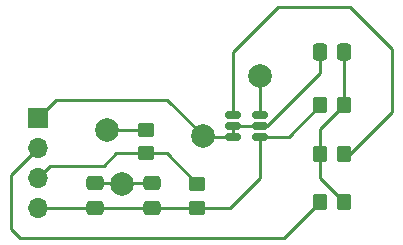
<source format=gbr>
%TF.GenerationSoftware,KiCad,Pcbnew,7.0.9*%
%TF.CreationDate,2024-01-31T11:52:48-08:00*%
%TF.ProjectId,breakout,62726561-6b6f-4757-942e-6b696361645f,rev?*%
%TF.SameCoordinates,Original*%
%TF.FileFunction,Copper,L1,Top*%
%TF.FilePolarity,Positive*%
%FSLAX46Y46*%
G04 Gerber Fmt 4.6, Leading zero omitted, Abs format (unit mm)*
G04 Created by KiCad (PCBNEW 7.0.9) date 2024-01-31 11:52:48*
%MOMM*%
%LPD*%
G01*
G04 APERTURE LIST*
G04 Aperture macros list*
%AMRoundRect*
0 Rectangle with rounded corners*
0 $1 Rounding radius*
0 $2 $3 $4 $5 $6 $7 $8 $9 X,Y pos of 4 corners*
0 Add a 4 corners polygon primitive as box body*
4,1,4,$2,$3,$4,$5,$6,$7,$8,$9,$2,$3,0*
0 Add four circle primitives for the rounded corners*
1,1,$1+$1,$2,$3*
1,1,$1+$1,$4,$5*
1,1,$1+$1,$6,$7*
1,1,$1+$1,$8,$9*
0 Add four rect primitives between the rounded corners*
20,1,$1+$1,$2,$3,$4,$5,0*
20,1,$1+$1,$4,$5,$6,$7,0*
20,1,$1+$1,$6,$7,$8,$9,0*
20,1,$1+$1,$8,$9,$2,$3,0*%
G04 Aperture macros list end*
%TA.AperFunction,SMDPad,CuDef*%
%ADD10RoundRect,0.150000X-0.512500X-0.150000X0.512500X-0.150000X0.512500X0.150000X-0.512500X0.150000X0*%
%TD*%
%TA.AperFunction,SMDPad,CuDef*%
%ADD11RoundRect,0.250000X-0.350000X-0.450000X0.350000X-0.450000X0.350000X0.450000X-0.350000X0.450000X0*%
%TD*%
%TA.AperFunction,SMDPad,CuDef*%
%ADD12RoundRect,0.250000X0.350000X0.450000X-0.350000X0.450000X-0.350000X-0.450000X0.350000X-0.450000X0*%
%TD*%
%TA.AperFunction,SMDPad,CuDef*%
%ADD13RoundRect,0.250000X-0.450000X0.350000X-0.450000X-0.350000X0.450000X-0.350000X0.450000X0.350000X0*%
%TD*%
%TA.AperFunction,ComponentPad*%
%ADD14R,1.700000X1.700000*%
%TD*%
%TA.AperFunction,ComponentPad*%
%ADD15O,1.700000X1.700000*%
%TD*%
%TA.AperFunction,SMDPad,CuDef*%
%ADD16RoundRect,0.250000X0.475000X-0.337500X0.475000X0.337500X-0.475000X0.337500X-0.475000X-0.337500X0*%
%TD*%
%TA.AperFunction,SMDPad,CuDef*%
%ADD17RoundRect,0.250000X0.337500X0.475000X-0.337500X0.475000X-0.337500X-0.475000X0.337500X-0.475000X0*%
%TD*%
%TA.AperFunction,ViaPad*%
%ADD18C,2.000000*%
%TD*%
%TA.AperFunction,Conductor*%
%ADD19C,0.250000*%
%TD*%
G04 APERTURE END LIST*
D10*
%TO.P,U1,1,SCL/INT*%
%TO.N,/SCL_TLV*%
X146823000Y-90424000D03*
%TO.P,U1,2,GND*%
%TO.N,GND*%
X146823000Y-91374000D03*
%TO.P,U1,3,GND*%
X146823000Y-92324000D03*
%TO.P,U1,4,VDD*%
%TO.N,/3V3*%
X149098000Y-92324000D03*
%TO.P,U1,5,GND*%
%TO.N,GND*%
X149098000Y-91374000D03*
%TO.P,U1,6,SDA/ADDR*%
%TO.N,/SDA_TLV*%
X149098000Y-90424000D03*
%TD*%
D11*
%TO.P,R5,1*%
%TO.N,/SCL_XIAO*%
X154210000Y-97790000D03*
%TO.P,R5,2*%
%TO.N,Net-(C1-Pad1)*%
X156210000Y-97790000D03*
%TD*%
D12*
%TO.P,R4,1*%
%TO.N,/SCL_TLV*%
X156194000Y-93726000D03*
%TO.P,R4,2*%
%TO.N,Net-(C1-Pad1)*%
X154194000Y-93726000D03*
%TD*%
%TO.P,R3,1*%
%TO.N,Net-(C1-Pad1)*%
X156194000Y-89646000D03*
%TO.P,R3,2*%
%TO.N,/3V3*%
X154194000Y-89646000D03*
%TD*%
D13*
%TO.P,R2,1*%
%TO.N,/SDA_TLV*%
X139446000Y-91710000D03*
%TO.P,R2,2*%
%TO.N,/SDA_XIAO*%
X139446000Y-93710000D03*
%TD*%
%TO.P,R1,1*%
%TO.N,/SDA_XIAO*%
X143764000Y-96298000D03*
%TO.P,R1,2*%
%TO.N,/3V3*%
X143764000Y-98298000D03*
%TD*%
D14*
%TO.P,J1,1,Pin_1*%
%TO.N,GND*%
X130302000Y-90678000D03*
D15*
%TO.P,J1,2,Pin_2*%
%TO.N,/SCL_XIAO*%
X130302000Y-93218000D03*
%TO.P,J1,3,Pin_3*%
%TO.N,/SDA_XIAO*%
X130302000Y-95758000D03*
%TO.P,J1,4,Pin_4*%
%TO.N,/3V3*%
X130302000Y-98298000D03*
%TD*%
D16*
%TO.P,C3,1*%
%TO.N,/3V3*%
X139954000Y-98319500D03*
%TO.P,C3,2*%
%TO.N,GND*%
X139954000Y-96244500D03*
%TD*%
%TO.P,C2,2*%
%TO.N,GND*%
X135128000Y-96244500D03*
%TO.P,C2,1*%
%TO.N,/3V3*%
X135128000Y-98319500D03*
%TD*%
D17*
%TO.P,C1,2*%
%TO.N,GND*%
X154135000Y-85090000D03*
%TO.P,C1,1*%
%TO.N,Net-(C1-Pad1)*%
X156210000Y-85090000D03*
%TD*%
D18*
%TO.N,/SDA_TLV*%
X136144000Y-91694000D03*
%TO.N,GND*%
X144272000Y-92202000D03*
X137414000Y-96266000D03*
%TO.N,/SDA_TLV*%
X149098000Y-87122000D03*
%TD*%
D19*
%TO.N,/SCL_XIAO*%
X130302000Y-93218000D02*
X128016000Y-95504000D01*
X128016000Y-100076000D02*
X128778000Y-100838000D01*
X128016000Y-95504000D02*
X128016000Y-100076000D01*
X128778000Y-100838000D02*
X151162000Y-100838000D01*
X151162000Y-100838000D02*
X154210000Y-97790000D01*
%TO.N,/SDA_TLV*%
X149098000Y-90424000D02*
X149098000Y-87122000D01*
X136160000Y-91710000D02*
X136144000Y-91694000D01*
X139446000Y-91710000D02*
X136160000Y-91710000D01*
%TO.N,GND*%
X130302000Y-90678000D02*
X131826000Y-89154000D01*
X131826000Y-89154000D02*
X141224000Y-89154000D01*
X141224000Y-89154000D02*
X144394000Y-92324000D01*
X144394000Y-92324000D02*
X146823000Y-92324000D01*
X135128000Y-96244500D02*
X139446000Y-96244500D01*
%TO.N,Net-(C1-Pad1)*%
X154194000Y-93726000D02*
X154194000Y-95774000D01*
X154194000Y-95774000D02*
X156210000Y-97790000D01*
X154194000Y-93726000D02*
X154194000Y-91646000D01*
X154194000Y-91646000D02*
X156194000Y-89646000D01*
%TO.N,GND*%
X149098000Y-91374000D02*
X149672000Y-91374000D01*
X149672000Y-91374000D02*
X154135000Y-86911000D01*
X154135000Y-86911000D02*
X154135000Y-85090000D01*
X146823000Y-91374000D02*
X149098000Y-91374000D01*
X146823000Y-92324000D02*
X146823000Y-91374000D01*
%TO.N,/SCL_TLV*%
X150622000Y-81280000D02*
X146812000Y-85090000D01*
X156718000Y-81280000D02*
X150622000Y-81280000D01*
X156718000Y-93726000D02*
X160274000Y-90170000D01*
X156194000Y-93726000D02*
X156718000Y-93726000D01*
X160274000Y-90170000D02*
X160274000Y-84836000D01*
X160274000Y-84836000D02*
X156718000Y-81280000D01*
X146812000Y-85090000D02*
X146823000Y-85101000D01*
X146823000Y-85101000D02*
X146823000Y-90424000D01*
%TO.N,/SCL_XIAO*%
X154210000Y-97790000D02*
X154210000Y-98266000D01*
%TO.N,/3V3*%
X154194000Y-89646000D02*
X151516000Y-92324000D01*
X151516000Y-92324000D02*
X149098000Y-92324000D01*
%TO.N,Net-(C1-Pad1)*%
X156194000Y-89646000D02*
X156194000Y-85106000D01*
X156194000Y-85106000D02*
X156210000Y-85090000D01*
%TO.N,/3V3*%
X146558000Y-98298000D02*
X149098000Y-95758000D01*
X149098000Y-95758000D02*
X149098000Y-92324000D01*
X143764000Y-98298000D02*
X146558000Y-98298000D01*
%TO.N,/SDA_XIAO*%
X139446000Y-93710000D02*
X141176000Y-93710000D01*
X141176000Y-93710000D02*
X143764000Y-96298000D01*
X131318000Y-94742000D02*
X135890000Y-94742000D01*
X130302000Y-95758000D02*
X131318000Y-94742000D01*
X135890000Y-94742000D02*
X136922000Y-93710000D01*
X136922000Y-93710000D02*
X139446000Y-93710000D01*
%TO.N,/3V3*%
X139446000Y-98319500D02*
X143742500Y-98319500D01*
X143742500Y-98319500D02*
X143764000Y-98298000D01*
X135128000Y-98319500D02*
X139446000Y-98319500D01*
X130302000Y-98298000D02*
X135106500Y-98298000D01*
X135106500Y-98298000D02*
X135128000Y-98319500D01*
%TD*%
M02*

</source>
